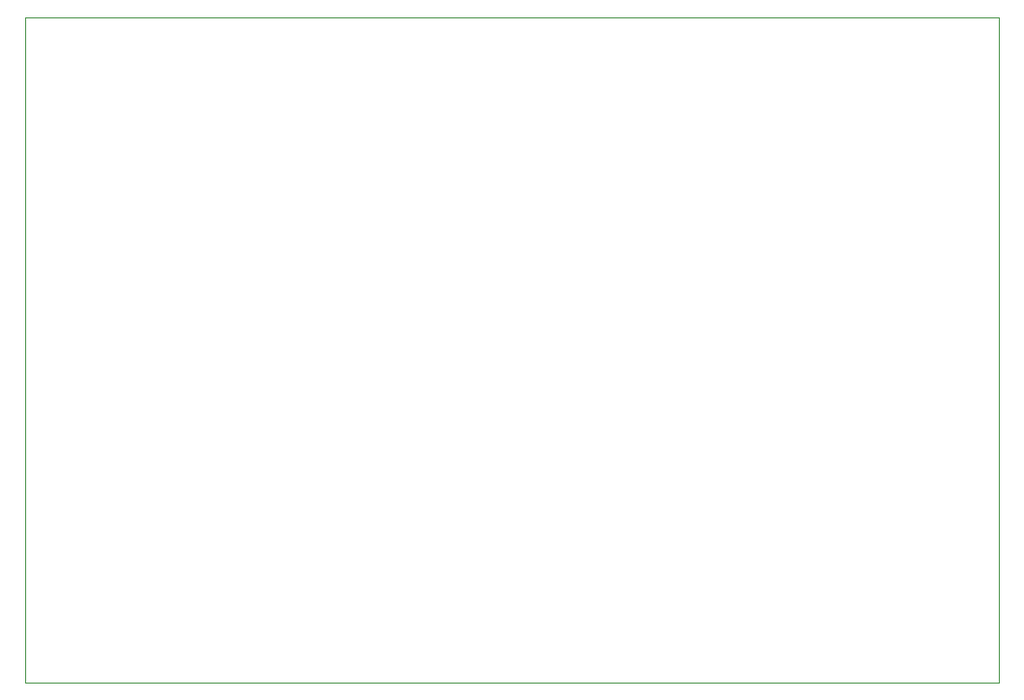
<source format=gbr>
G04 #@! TF.GenerationSoftware,KiCad,Pcbnew,(5.1.4-0-10_14)*
G04 #@! TF.CreationDate,2020-04-29T08:22:51-04:00*
G04 #@! TF.ProjectId,load_cell,6c6f6164-5f63-4656-9c6c-2e6b69636164,rev?*
G04 #@! TF.SameCoordinates,Original*
G04 #@! TF.FileFunction,Profile,NP*
%FSLAX46Y46*%
G04 Gerber Fmt 4.6, Leading zero omitted, Abs format (unit mm)*
G04 Created by KiCad (PCBNEW (5.1.4-0-10_14)) date 2020-04-29 08:22:51*
%MOMM*%
%LPD*%
G04 APERTURE LIST*
%ADD10C,0.080000*%
G04 APERTURE END LIST*
D10*
X81903401Y-65029995D02*
X81903401Y-123322993D01*
X167120401Y-65029995D02*
X81903401Y-65029995D01*
X167120401Y-123322993D02*
X167120401Y-65029995D01*
X81903401Y-123322993D02*
X167120401Y-123322993D01*
M02*

</source>
